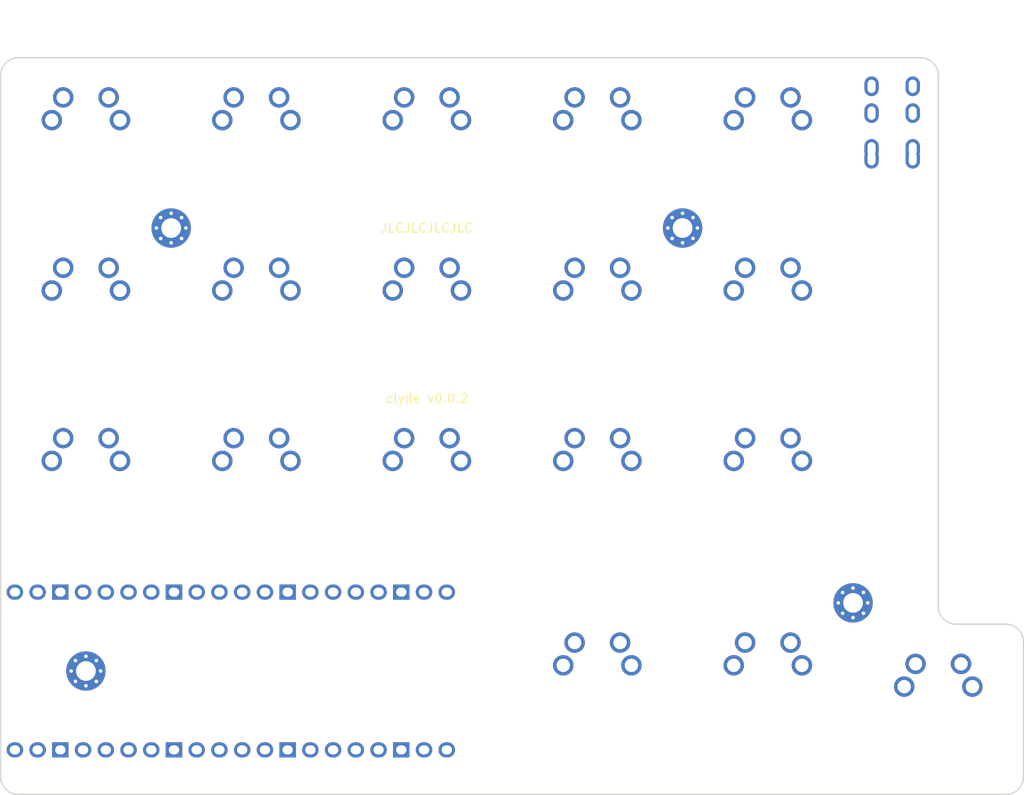
<source format=kicad_pcb>

            
(kicad_pcb (version 20171130) (host pcbnew 5.1.6)

  (page A3)
  (title_block
    (title clyde)
    (rev v1.0.0)
    (company Unknown)
  )

  (general
    (thickness 1.6)
  )

  (layers
    (0 F.Cu signal)
    (31 B.Cu signal)
    (32 B.Adhes user)
    (33 F.Adhes user)
    (34 B.Paste user)
    (35 F.Paste user)
    (36 B.SilkS user)
    (37 F.SilkS user)
    (38 B.Mask user)
    (39 F.Mask user)
    (40 Dwgs.User user)
    (41 Cmts.User user)
    (42 Eco1.User user)
    (43 Eco2.User user)
    (44 Edge.Cuts user)
    (45 Margin user)
    (46 B.CrtYd user)
    (47 F.CrtYd user)
    (48 B.Fab user)
    (49 F.Fab user)
  )

  (setup
    (last_trace_width 0.25)
    (trace_clearance 0.2)
    (zone_clearance 0.508)
    (zone_45_only no)
    (trace_min 0.2)
    (via_size 0.8)
    (via_drill 0.4)
    (via_min_size 0.4)
    (via_min_drill 0.3)
    (uvia_size 0.3)
    (uvia_drill 0.1)
    (uvias_allowed no)
    (uvia_min_size 0.2)
    (uvia_min_drill 0.1)
    (edge_width 0.05)
    (segment_width 0.2)
    (pcb_text_width 0.3)
    (pcb_text_size 1.5 1.5)
    (mod_edge_width 0.12)
    (mod_text_size 1 1)
    (mod_text_width 0.15)
    (pad_size 1.524 1.524)
    (pad_drill 0.762)
    (pad_to_mask_clearance 0.05)
    (aux_axis_origin 0 0)
    (visible_elements FFFFFF7F)
    (pcbplotparams
      (layerselection 0x010fc_ffffffff)
      (usegerberextensions false)
      (usegerberattributes true)
      (usegerberadvancedattributes true)
      (creategerberjobfile true)
      (excludeedgelayer true)
      (linewidth 0.100000)
      (plotframeref false)
      (viasonmask false)
      (mode 1)
      (useauxorigin false)
      (hpglpennumber 1)
      (hpglpenspeed 20)
      (hpglpendiameter 15.000000)
      (psnegative false)
      (psa4output false)
      (plotreference true)
      (plotvalue true)
      (plotinvisibletext false)
      (padsonsilk false)
      (subtractmaskfromsilk false)
      (outputformat 1)
      (mirror false)
      (drillshape 1)
      (scaleselection 1)
      (outputdirectory ""))
  )

            (net 0 "")
(net 1 "matrix_pinky_bottom")
(net 2 "GND")
(net 3 "matrix_pinky_home")
(net 4 "matrix_pinky_top")
(net 5 "matrix_ring_bottom")
(net 6 "matrix_ring_home")
(net 7 "matrix_ring_top")
(net 8 "matrix_middle_bottom")
(net 9 "matrix_middle_home")
(net 10 "matrix_middle_top")
(net 11 "matrix_index_bottom")
(net 12 "matrix_index_home")
(net 13 "matrix_index_top")
(net 14 "matrix_inner_bottom")
(net 15 "matrix_inner_home")
(net 16 "matrix_inner_top")
(net 17 "thumbfan_near_home")
(net 18 "thumbfan_home_home")
(net 19 "thumbfan_far_home")
(net 20 "GP15")
(net 21 "GP16")
(net 22 "GP20")
(net 23 "GP21")
(net 24 "GP22")
(net 25 "GP26")
(net 26 "GP27")
(net 27 "GP28")
(net 28 "GP29")
(net 29 "ADC_VREF")
(net 30 "GP24")
(net 31 "3V3")
(net 32 "VSYS")
(net 33 "VBUS")
            
  (net_class Default "This is the default net class."
    (clearance 0.2)
    (trace_width 0.25)
    (via_dia 0.8)
    (via_drill 0.4)
    (uvia_dia 0.3)
    (uvia_drill 0.1)
    (add_net "")
(add_net "matrix_pinky_bottom")
(add_net "GND")
(add_net "matrix_pinky_home")
(add_net "matrix_pinky_top")
(add_net "matrix_ring_bottom")
(add_net "matrix_ring_home")
(add_net "matrix_ring_top")
(add_net "matrix_middle_bottom")
(add_net "matrix_middle_home")
(add_net "matrix_middle_top")
(add_net "matrix_index_bottom")
(add_net "matrix_index_home")
(add_net "matrix_index_top")
(add_net "matrix_inner_bottom")
(add_net "matrix_inner_home")
(add_net "matrix_inner_top")
(add_net "thumbfan_near_home")
(add_net "thumbfan_home_home")
(add_net "thumbfan_far_home")
(add_net "GP15")
(add_net "GP16")
(add_net "GP20")
(add_net "GP21")
(add_net "GP22")
(add_net "GP26")
(add_net "GP27")
(add_net "GP28")
(add_net "GP29")
(add_net "ADC_VREF")
(add_net "GP24")
(add_net "3V3")
(add_net "VSYS")
(add_net "VBUS")
  )

            
        
      (module MX (layer F.Cu) (tedit 5DD4F656)
      (at 152.4 152.4 0)

      
      (fp_text reference "S1" (at 0 0) (layer F.SilkS) hide (effects (font (size 1.27 1.27) (thickness 0.15))))
      (fp_text value "" (at 0 0) (layer F.SilkS) hide (effects (font (size 1.27 1.27) (thickness 0.15))))

      
      (fp_line (start -7 -6) (end -7 -7) (layer Dwgs.User) (width 0.15))
      (fp_line (start -7 7) (end -6 7) (layer Dwgs.User) (width 0.15))
      (fp_line (start -6 -7) (end -7 -7) (layer Dwgs.User) (width 0.15))
      (fp_line (start -7 7) (end -7 6) (layer Dwgs.User) (width 0.15))
      (fp_line (start 7 6) (end 7 7) (layer Dwgs.User) (width 0.15))
      (fp_line (start 7 -7) (end 6 -7) (layer Dwgs.User) (width 0.15))
      (fp_line (start 6 7) (end 7 7) (layer Dwgs.User) (width 0.15))
      (fp_line (start 7 -7) (end 7 -6) (layer Dwgs.User) (width 0.15))
    
      
      (pad "" np_thru_hole circle (at 0 0) (size 3.9878 3.9878) (drill 3.9878) (layers *.Cu *.Mask))

      
      (pad "" np_thru_hole circle (at 5.08 0) (size 1.7018 1.7018) (drill 1.7018) (layers *.Cu *.Mask))
      (pad "" np_thru_hole circle (at -5.08 0) (size 1.7018 1.7018) (drill 1.7018) (layers *.Cu *.Mask))
      
        
      
      (fp_line (start -9.5 -9.5) (end 9.5 -9.5) (layer Dwgs.User) (width 0.15))
      (fp_line (start 9.5 -9.5) (end 9.5 9.5) (layer Dwgs.User) (width 0.15))
      (fp_line (start 9.5 9.5) (end -9.5 9.5) (layer Dwgs.User) (width 0.15))
      (fp_line (start -9.5 9.5) (end -9.5 -9.5) (layer Dwgs.User) (width 0.15))
      
        
            
            (pad 1 thru_hole circle (at 2.54 -5.08) (size 2.286 2.286) (drill 1.4986) (layers *.Cu *.Mask) (net 1 "matrix_pinky_bottom"))
            (pad 2 thru_hole circle (at -3.81 -2.54) (size 2.286 2.286) (drill 1.4986) (layers *.Cu *.Mask) (net 2 "GND"))
          
        
            
            (pad 1 thru_hole circle (at -2.54 -5.08) (size 2.286 2.286) (drill 1.4986) (layers *.Cu *.Mask) (net 1 "matrix_pinky_bottom"))
            (pad 2 thru_hole circle (at 3.81 -2.54) (size 2.286 2.286) (drill 1.4986) (layers *.Cu *.Mask) (net 2 "GND"))
          )
        

        
      (module MX (layer F.Cu) (tedit 5DD4F656)
      (at 152.4 133.35 0)

      
      (fp_text reference "S2" (at 0 0) (layer F.SilkS) hide (effects (font (size 1.27 1.27) (thickness 0.15))))
      (fp_text value "" (at 0 0) (layer F.SilkS) hide (effects (font (size 1.27 1.27) (thickness 0.15))))

      
      (fp_line (start -7 -6) (end -7 -7) (layer Dwgs.User) (width 0.15))
      (fp_line (start -7 7) (end -6 7) (layer Dwgs.User) (width 0.15))
      (fp_line (start -6 -7) (end -7 -7) (layer Dwgs.User) (width 0.15))
      (fp_line (start -7 7) (end -7 6) (layer Dwgs.User) (width 0.15))
      (fp_line (start 7 6) (end 7 7) (layer Dwgs.User) (width 0.15))
      (fp_line (start 7 -7) (end 6 -7) (layer Dwgs.User) (width 0.15))
      (fp_line (start 6 7) (end 7 7) (layer Dwgs.User) (width 0.15))
      (fp_line (start 7 -7) (end 7 -6) (layer Dwgs.User) (width 0.15))
    
      
      (pad "" np_thru_hole circle (at 0 0) (size 3.9878 3.9878) (drill 3.9878) (layers *.Cu *.Mask))

      
      (pad "" np_thru_hole circle (at 5.08 0) (size 1.7018 1.7018) (drill 1.7018) (layers *.Cu *.Mask))
      (pad "" np_thru_hole circle (at -5.08 0) (size 1.7018 1.7018) (drill 1.7018) (layers *.Cu *.Mask))
      
        
      
      (fp_line (start -9.5 -9.5) (end 9.5 -9.5) (layer Dwgs.User) (width 0.15))
      (fp_line (start 9.5 -9.5) (end 9.5 9.5) (layer Dwgs.User) (width 0.15))
      (fp_line (start 9.5 9.5) (end -9.5 9.5) (layer Dwgs.User) (width 0.15))
      (fp_line (start -9.5 9.5) (end -9.5 -9.5) (layer Dwgs.User) (width 0.15))
      
        
            
            (pad 1 thru_hole circle (at 2.54 -5.08) (size 2.286 2.286) (drill 1.4986) (layers *.Cu *.Mask) (net 3 "matrix_pinky_home"))
            (pad 2 thru_hole circle (at -3.81 -2.54) (size 2.286 2.286) (drill 1.4986) (layers *.Cu *.Mask) (net 2 "GND"))
          
        
            
            (pad 1 thru_hole circle (at -2.54 -5.08) (size 2.286 2.286) (drill 1.4986) (layers *.Cu *.Mask) (net 3 "matrix_pinky_home"))
            (pad 2 thru_hole circle (at 3.81 -2.54) (size 2.286 2.286) (drill 1.4986) (layers *.Cu *.Mask) (net 2 "GND"))
          )
        

        
      (module MX (layer F.Cu) (tedit 5DD4F656)
      (at 152.4 114.3 0)

      
      (fp_text reference "S3" (at 0 0) (layer F.SilkS) hide (effects (font (size 1.27 1.27) (thickness 0.15))))
      (fp_text value "" (at 0 0) (layer F.SilkS) hide (effects (font (size 1.27 1.27) (thickness 0.15))))

      
      (fp_line (start -7 -6) (end -7 -7) (layer Dwgs.User) (width 0.15))
      (fp_line (start -7 7) (end -6 7) (layer Dwgs.User) (width 0.15))
      (fp_line (start -6 -7) (end -7 -7) (layer Dwgs.User) (width 0.15))
      (fp_line (start -7 7) (end -7 6) (layer Dwgs.User) (width 0.15))
      (fp_line (start 7 6) (end 7 7) (layer Dwgs.User) (width 0.15))
      (fp_line (start 7 -7) (end 6 -7) (layer Dwgs.User) (width 0.15))
      (fp_line (start 6 7) (end 7 7) (layer Dwgs.User) (width 0.15))
      (fp_line (start 7 -7) (end 7 -6) (layer Dwgs.User) (width 0.15))
    
      
      (pad "" np_thru_hole circle (at 0 0) (size 3.9878 3.9878) (drill 3.9878) (layers *.Cu *.Mask))

      
      (pad "" np_thru_hole circle (at 5.08 0) (size 1.7018 1.7018) (drill 1.7018) (layers *.Cu *.Mask))
      (pad "" np_thru_hole circle (at -5.08 0) (size 1.7018 1.7018) (drill 1.7018) (layers *.Cu *.Mask))
      
        
      
      (fp_line (start -9.5 -9.5) (end 9.5 -9.5) (layer Dwgs.User) (width 0.15))
      (fp_line (start 9.5 -9.5) (end 9.5 9.5) (layer Dwgs.User) (width 0.15))
      (fp_line (start 9.5 9.5) (end -9.5 9.5) (layer Dwgs.User) (width 0.15))
      (fp_line (start -9.5 9.5) (end -9.5 -9.5) (layer Dwgs.User) (width 0.15))
      
        
            
            (pad 1 thru_hole circle (at 2.54 -5.08) (size 2.286 2.286) (drill 1.4986) (layers *.Cu *.Mask) (net 4 "matrix_pinky_top"))
            (pad 2 thru_hole circle (at -3.81 -2.54) (size 2.286 2.286) (drill 1.4986) (layers *.Cu *.Mask) (net 2 "GND"))
          
        
            
            (pad 1 thru_hole circle (at -2.54 -5.08) (size 2.286 2.286) (drill 1.4986) (layers *.Cu *.Mask) (net 4 "matrix_pinky_top"))
            (pad 2 thru_hole circle (at 3.81 -2.54) (size 2.286 2.286) (drill 1.4986) (layers *.Cu *.Mask) (net 2 "GND"))
          )
        

        
      (module MX (layer F.Cu) (tedit 5DD4F656)
      (at 171.45000000000002 152.4 0)

      
      (fp_text reference "S4" (at 0 0) (layer F.SilkS) hide (effects (font (size 1.27 1.27) (thickness 0.15))))
      (fp_text value "" (at 0 0) (layer F.SilkS) hide (effects (font (size 1.27 1.27) (thickness 0.15))))

      
      (fp_line (start -7 -6) (end -7 -7) (layer Dwgs.User) (width 0.15))
      (fp_line (start -7 7) (end -6 7) (layer Dwgs.User) (width 0.15))
      (fp_line (start -6 -7) (end -7 -7) (layer Dwgs.User) (width 0.15))
      (fp_line (start -7 7) (end -7 6) (layer Dwgs.User) (width 0.15))
      (fp_line (start 7 6) (end 7 7) (layer Dwgs.User) (width 0.15))
      (fp_line (start 7 -7) (end 6 -7) (layer Dwgs.User) (width 0.15))
      (fp_line (start 6 7) (end 7 7) (layer Dwgs.User) (width 0.15))
      (fp_line (start 7 -7) (end 7 -6) (layer Dwgs.User) (width 0.15))
    
      
      (pad "" np_thru_hole circle (at 0 0) (size 3.9878 3.9878) (drill 3.9878) (layers *.Cu *.Mask))

      
      (pad "" np_thru_hole circle (at 5.08 0) (size 1.7018 1.7018) (drill 1.7018) (layers *.Cu *.Mask))
      (pad "" np_thru_hole circle (at -5.08 0) (size 1.7018 1.7018) (drill 1.7018) (layers *.Cu *.Mask))
      
        
      
      (fp_line (start -9.5 -9.5) (end 9.5 -9.5) (layer Dwgs.User) (width 0.15))
      (fp_line (start 9.5 -9.5) (end 9.5 9.5) (layer Dwgs.User) (width 0.15))
      (fp_line (start 9.5 9.5) (end -9.5 9.5) (layer Dwgs.User) (width 0.15))
      (fp_line (start -9.5 9.5) (end -9.5 -9.5) (layer Dwgs.User) (width 0.15))
      
        
            
            (pad 1 thru_hole circle (at 2.54 -5.08) (size 2.286 2.286) (drill 1.4986) (layers *.Cu *.Mask) (net 5 "matrix_ring_bottom"))
            (pad 2 thru_hole circle (at -3.81 -2.54) (size 2.286 2.286) (drill 1.4986) (layers *.Cu *.Mask) (net 2 "GND"))
          
        
            
            (pad 1 thru_hole circle (at -2.54 -5.08) (size 2.286 2.286) (drill 1.4986) (layers *.Cu *.Mask) (net 5 "matrix_ring_bottom"))
            (pad 2 thru_hole circle (at 3.81 -2.54) (size 2.286 2.286) (drill 1.4986) (layers *.Cu *.Mask) (net 2 "GND"))
          )
        

        
      (module MX (layer F.Cu) (tedit 5DD4F656)
      (at 171.45000000000002 133.35 0)

      
      (fp_text reference "S5" (at 0 0) (layer F.SilkS) hide (effects (font (size 1.27 1.27) (thickness 0.15))))
      (fp_text value "" (at 0 0) (layer F.SilkS) hide (effects (font (size 1.27 1.27) (thickness 0.15))))

      
      (fp_line (start -7 -6) (end -7 -7) (layer Dwgs.User) (width 0.15))
      (fp_line (start -7 7) (end -6 7) (layer Dwgs.User) (width 0.15))
      (fp_line (start -6 -7) (end -7 -7) (layer Dwgs.User) (width 0.15))
      (fp_line (start -7 7) (end -7 6) (layer Dwgs.User) (width 0.15))
      (fp_line (start 7 6) (end 7 7) (layer Dwgs.User) (width 0.15))
      (fp_line (start 7 -7) (end 6 -7) (layer Dwgs.User) (width 0.15))
      (fp_line (start 6 7) (end 7 7) (layer Dwgs.User) (width 0.15))
      (fp_line (start 7 -7) (end 7 -6) (layer Dwgs.User) (width 0.15))
    
      
      (pad "" np_thru_hole circle (at 0 0) (size 3.9878 3.9878) (drill 3.9878) (layers *.Cu *.Mask))

      
      (pad "" np_thru_hole circle (at 5.08 0) (size 1.7018 1.7018) (drill 1.7018) (layers *.Cu *.Mask))
      (pad "" np_thru_hole circle (at -5.08 0) (size 1.7018 1.7018) (drill 1.7018) (layers *.Cu *.Mask))
      
        
      
      (fp_line (start -9.5 -9.5) (end 9.5 -9.5) (layer Dwgs.User) (width 0.15))
      (fp_line (start 9.5 -9.5) (end 9.5 9.5) (layer Dwgs.User) (width 0.15))
      (fp_line (start 9.5 9.5) (end -9.5 9.5) (layer Dwgs.User) (width 0.15))
      (fp_line (start -9.5 9.5) (end -9.5 -9.5) (layer Dwgs.User) (width 0.15))
      
        
            
            (pad 1 thru_hole circle (at 2.54 -5.08) (size 2.286 2.286) (drill 1.4986) (layers *.Cu *.Mask) (net 6 "matrix_ring_home"))
            (pad 2 thru_hole circle (at -3.81 -2.54) (size 2.286 2.286) (drill 1.4986) (layers *.Cu *.Mask) (net 2 "GND"))
          
        
            
            (pad 1 thru_hole circle (at -2.54 -5.08) (size 2.286 2.286) (drill 1.4986) (layers *.Cu *.Mask) (net 6 "matrix_ring_home"))
            (pad 2 thru_hole circle (at 3.81 -2.54) (size 2.286 2.286) (drill 1.4986) (layers *.Cu *.Mask) (net 2 "GND"))
          )
        

        
      (module MX (layer F.Cu) (tedit 5DD4F656)
      (at 171.45000000000002 114.3 0)

      
      (fp_text reference "S6" (at 0 0) (layer F.SilkS) hide (effects (font (size 1.27 1.27) (thickness 0.15))))
      (fp_text value "" (at 0 0) (layer F.SilkS) hide (effects (font (size 1.27 1.27) (thickness 0.15))))

      
      (fp_line (start -7 -6) (end -7 -7) (layer Dwgs.User) (width 0.15))
      (fp_line (start -7 7) (end -6 7) (layer Dwgs.User) (width 0.15))
      (fp_line (start -6 -7) (end -7 -7) (layer Dwgs.User) (width 0.15))
      (fp_line (start -7 7) (end -7 6) (layer Dwgs.User) (width 0.15))
      (fp_line (start 7 6) (end 7 7) (layer Dwgs.User) (width 0.15))
      (fp_line (start 7 -7) (end 6 -7) (layer Dwgs.User) (width 0.15))
      (fp_line (start 6 7) (end 7 7) (layer Dwgs.User) (width 0.15))
      (fp_line (start 7 -7) (end 7 -6) (layer Dwgs.User) (width 0.15))
    
      
      (pad "" np_thru_hole circle (at 0 0) (size 3.9878 3.9878) (drill 3.9878) (layers *.Cu *.Mask))

      
      (pad "" np_thru_hole circle (at 5.08 0) (size 1.7018 1.7018) (drill 1.7018) (layers *.Cu *.Mask))
      (pad "" np_thru_hole circle (at -5.08 0) (size 1.7018 1.7018) (drill 1.7018) (layers *.Cu *.Mask))
      
        
      
      (fp_line (start -9.5 -9.5) (end 9.5 -9.5) (layer Dwgs.User) (width 0.15))
      (fp_line (start 9.5 -9.5) (end 9.5 9.5) (layer Dwgs.User) (width 0.15))
      (fp_line (start 9.5 9.5) (end -9.5 9.5) (layer Dwgs.User) (width 0.15))
      (fp_line (start -9.5 9.5) (end -9.5 -9.5) (layer Dwgs.User) (width 0.15))
      
        
            
            (pad 1 thru_hole circle (at 2.54 -5.08) (size 2.286 2.286) (drill 1.4986) (layers *.Cu *.Mask) (net 7 "matrix_ring_top"))
            (pad 2 thru_hole circle (at -3.81 -2.54) (size 2.286 2.286) (drill 1.4986) (layers *.Cu *.Mask) (net 2 "GND"))
          
        
            
            (pad 1 thru_hole circle (at -2.54 -5.08) (size 2.286 2.286) (drill 1.4986) (layers *.Cu *.Mask) (net 7 "matrix_ring_top"))
            (pad 2 thru_hole circle (at 3.81 -2.54) (size 2.286 2.286) (drill 1.4986) (layers *.Cu *.Mask) (net 2 "GND"))
          )
        

        
      (module MX (layer F.Cu) (tedit 5DD4F656)
      (at 190.5 152.4 0)

      
      (fp_text reference "S7" (at 0 0) (layer F.SilkS) hide (effects (font (size 1.27 1.27) (thickness 0.15))))
      (fp_text value "" (at 0 0) (layer F.SilkS) hide (effects (font (size 1.27 1.27) (thickness 0.15))))

      
      (fp_line (start -7 -6) (end -7 -7) (layer Dwgs.User) (width 0.15))
      (fp_line (start -7 7) (end -6 7) (layer Dwgs.User) (width 0.15))
      (fp_line (start -6 -7) (end -7 -7) (layer Dwgs.User) (width 0.15))
      (fp_line (start -7 7) (end -7 6) (layer Dwgs.User) (width 0.15))
      (fp_line (start 7 6) (end 7 7) (layer Dwgs.User) (width 0.15))
      (fp_line (start 7 -7) (end 6 -7) (layer Dwgs.User) (width 0.15))
      (fp_line (start 6 7) (end 7 7) (layer Dwgs.User) (width 0.15))
      (fp_line (start 7 -7) (end 7 -6) (layer Dwgs.User) (width 0.15))
    
      
      (pad "" np_thru_hole circle (at 0 0) (size 3.9878 3.9878) (drill 3.9878) (layers *.Cu *.Mask))

      
      (pad "" np_thru_hole circle (at 5.08 0) (size 1.7018 1.7018) (drill 1.7018) (layers *.Cu *.Mask))
      (pad "" np_thru_hole circle (at -5.08 0) (size 1.7018 1.7018) (drill 1.7018) (layers *.Cu *.Mask))
      
        
      
      (fp_line (start -9.5 -9.5) (end 9.5 -9.5) (layer Dwgs.User) (width 0.15))
      (fp_line (start 9.5 -9.5) (end 9.5 9.5) (layer Dwgs.User) (width 0.15))
      (fp_line (start 9.5 9.5) (end -9.5 9.5) (layer Dwgs.User) (width 0.15))
      (fp_line (start -9.5 9.5) (end -9.5 -9.5) (layer Dwgs.User) (width 0.15))
      
        
            
            (pad 1 thru_hole circle (at 2.54 -5.08) (size 2.286 2.286) (drill 1.4986) (layers *.Cu *.Mask) (net 8 "matrix_middle_bottom"))
            (pad 2 thru_hole circle (at -3.81 -2.54) (size 2.286 2.286) (drill 1.4986) (layers *.Cu *.Mask) (net 2 "GND"))
          
        
            
            (pad 1 thru_hole circle (at -2.54 -5.08) (size 2.286 2.286) (drill 1.4986) (layers *.Cu *.Mask) (net 8 "matrix_middle_bottom"))
            (pad 2 thru_hole circle (at 3.81 -2.54) (size 2.286 2.286) (drill 1.4986) (layers *.Cu *.Mask) (net 2 "GND"))
          )
        

        
      (module MX (layer F.Cu) (tedit 5DD4F656)
      (at 190.5 133.35 0)

      
      (fp_text reference "S8" (at 0 0) (layer F.SilkS) hide (effects (font (size 1.27 1.27) (thickness 0.15))))
      (fp_text value "" (at 0 0) (layer F.SilkS) hide (effects (font (size 1.27 1.27) (thickness 0.15))))

      
      (fp_line (start -7 -6) (end -7 -7) (layer Dwgs.User) (width 0.15))
      (fp_line (start -7 7) (end -6 7) (layer Dwgs.User) (width 0.15))
      (fp_line (start -6 -7) (end -7 -7) (layer Dwgs.User) (width 0.15))
      (fp_line (start -7 7) (end -7 6) (layer Dwgs.User) (width 0.15))
      (fp_line (start 7 6) (end 7 7) (layer Dwgs.User) (width 0.15))
      (fp_line (start 7 -7) (end 6 -7) (layer Dwgs.User) (width 0.15))
      (fp_line (start 6 7) (end 7 7) (layer Dwgs.User) (width 0.15))
      (fp_line (start 7 -7) (end 7 -6) (layer Dwgs.User) (width 0.15))
    
      
      (pad "" np_thru_hole circle (at 0 0) (size 3.9878 3.9878) (drill 3.9878) (layers *.Cu *.Mask))

      
      (pad "" np_thru_hole circle (at 5.08 0) (size 1.7018 1.7018) (drill 1.7018) (layers *.Cu *.Mask))
      (pad "" np_thru_hole circle (at -5.08 0) (size 1.7018 1.7018) (drill 1.7018) (layers *.Cu *.Mask))
      
        
      
      (fp_line (start -9.5 -9.5) (end 9.5 -9.5) (layer Dwgs.User) (width 0.15))
      (fp_line (start 9.5 -9.5) (end 9.5 9.5) (layer Dwgs.User) (width 0.15))
      (fp_line (start 9.5 9.5) (end -9.5 9.5) (layer Dwgs.User) (width 0.15))
      (fp_line (start -9.5 9.5) (end -9.5 -9.5) (layer Dwgs.User) (width 0.15))
      
        
            
            (pad 1 thru_hole circle (at 2.54 -5.08) (size 2.286 2.286) (drill 1.4986) (layers *.Cu *.Mask) (net 9 "matrix_middle_home"))
            (pad 2 thru_hole circle (at -3.81 -2.54) (size 2.286 2.286) (drill 1.4986) (layers *.Cu *.Mask) (net 2 "GND"))
          
        
            
            (pad 1 thru_hole circle (at -2.54 -5.08) (size 2.286 2.286) (drill 1.4986) (layers *.Cu *.Mask) (net 9 "matrix_middle_home"))
            (pad 2 thru_hole circle (at 3.81 -2.54) (size 2.286 2.286) (drill 1.4986) (layers *.Cu *.Mask) (net 2 "GND"))
          )
        

        
      (module MX (layer F.Cu) (tedit 5DD4F656)
      (at 190.5 114.3 0)

      
      (fp_text reference "S9" (at 0 0) (layer F.SilkS) hide (effects (font (size 1.27 1.27) (thickness 0.15))))
      (fp_text value "" (at 0 0) (layer F.SilkS) hide (effects (font (size 1.27 1.27) (thickness 0.15))))

      
      (fp_line (start -7 -6) (end -7 -7) (layer Dwgs.User) (width 0.15))
      (fp_line (start -7 7) (end -6 7) (layer Dwgs.User) (width 0.15))
      (fp_line (start -6 -7) (end -7 -7) (layer Dwgs.User) (width 0.15))
      (fp_line (start -7 7) (end -7 6) (layer Dwgs.User) (width 0.15))
      (fp_line (start 7 6) (end 7 7) (layer Dwgs.User) (width 0.15))
      (fp_line (start 7 -7) (end 6 -7) (layer Dwgs.User) (width 0.15))
      (fp_line (start 6 7) (end 7 7) (layer Dwgs.User) (width 0.15))
      (fp_line (start 7 -7) (end 7 -6) (layer Dwgs.User) (width 0.15))
    
      
      (pad "" np_thru_hole circle (at 0 0) (size 3.9878 3.9878) (drill 3.9878) (layers *.Cu *.Mask))

      
      (pad "" np_thru_hole circle (at 5.08 0) (size 1.7018 1.7018) (drill 1.7018) (layers *.Cu *.Mask))
      (pad "" np_thru_hole circle (at -5.08 0) (size 1.7018 1.7018) (drill 1.7018) (layers *.Cu *.Mask))
      
        
      
      (fp_line (start -9.5 -9.5) (end 9.5 -9.5) (layer Dwgs.User) (width 0.15))
      (fp_line (start 9.5 -9.5) (end 9.5 9.5) (layer Dwgs.User) (width 0.15))
      (fp_line (start 9.5 9.5) (end -9.5 9.5) (layer Dwgs.User) (width 0.15))
      (fp_line (start -9.5 9.5) (end -9.5 -9.5) (layer Dwgs.User) (width 0.15))
      
        
            
            (pad 1 thru_hole circle (at 2.54 -5.08) (size 2.286 2.286) (drill 1.4986) (layers *.Cu *.Mask) (net 10 "matrix_middle_top"))
            (pad 2 thru_hole circle (at -3.81 -2.54) (size 2.286 2.286) (drill 1.4986) (layers *.Cu *.Mask) (net 2 "GND"))
          
        
            
            (pad 1 thru_hole circle (at -2.54 -5.08) (size 2.286 2.286) (drill 1.4986) (layers *.Cu *.Mask) (net 10 "matrix_middle_top"))
            (pad 2 thru_hole circle (at 3.81 -2.54) (size 2.286 2.286) (drill 1.4986) (layers *.Cu *.Mask) (net 2 "GND"))
          )
        

        
      (module MX (layer F.Cu) (tedit 5DD4F656)
      (at 209.55 152.4 0)

      
      (fp_text reference "S10" (at 0 0) (layer F.SilkS) hide (effects (font (size 1.27 1.27) (thickness 0.15))))
      (fp_text value "" (at 0 0) (layer F.SilkS) hide (effects (font (size 1.27 1.27) (thickness 0.15))))

      
      (fp_line (start -7 -6) (end -7 -7) (layer Dwgs.User) (width 0.15))
      (fp_line (start -7 7) (end -6 7) (layer Dwgs.User) (width 0.15))
      (fp_line (start -6 -7) (end -7 -7) (layer Dwgs.User) (width 0.15))
      (fp_line (start -7 7) (end -7 6) (layer Dwgs.User) (width 0.15))
      (fp_line (start 7 6) (end 7 7) (layer Dwgs.User) (width 0.15))
      (fp_line (start 7 -7) (end 6 -7) (layer Dwgs.User) (width 0.15))
      (fp_line (start 6 7) (end 7 7) (layer Dwgs.User) (width 0.15))
      (fp_line (start 7 -7) (end 7 -6) (layer Dwgs.User) (width 0.15))
    
      
      (pad "" np_thru_hole circle (at 0 0) (size 3.9878 3.9878) (drill 3.9878) (layers *.Cu *.Mask))

      
      (pad "" np_thru_hole circle (at 5.08 0) (size 1.7018 1.7018) (drill 1.7018) (layers *.Cu *.Mask))
      (pad "" np_thru_hole circle (at -5.08 0) (size 1.7018 1.7018) (drill 1.7018) (layers *.Cu *.Mask))
      
        
      
      (fp_line (start -9.5 -9.5) (end 9.5 -9.5) (layer Dwgs.User) (width 0.15))
      (fp_line (start 9.5 -9.5) (end 9.5 9.5) (layer Dwgs.User) (width 0.15))
      (fp_line (start 9.5 9.5) (end -9.5 9.5) (layer Dwgs.User) (width 0.15))
      (fp_line (start -9.5 9.5) (end -9.5 -9.5) (layer Dwgs.User) (width 0.15))
      
        
            
            (pad 1 thru_hole circle (at 2.54 -5.08) (size 2.286 2.286) (drill 1.4986) (layers *.Cu *.Mask) (net 11 "matrix_index_bottom"))
            (pad 2 thru_hole circle (at -3.81 -2.54) (size 2.286 2.286) (drill 1.4986) (layers *.Cu *.Mask) (net 2 "GND"))
          
        
            
            (pad 1 thru_hole circle (at -2.54 -5.08) (size 2.286 2.286) (drill 1.4986) (layers *.Cu *.Mask) (net 11 "matrix_index_bottom"))
            (pad 2 thru_hole circle (at 3.81 -2.54) (size 2.286 2.286) (drill 1.4986) (layers *.Cu *.Mask) (net 2 "GND"))
          )
        

        
      (module MX (layer F.Cu) (tedit 5DD4F656)
      (at 209.55 133.35 0)

      
      (fp_text reference "S11" (at 0 0) (layer F.SilkS) hide (effects (font (size 1.27 1.27) (thickness 0.15))))
      (fp_text value "" (at 0 0) (layer F.SilkS) hide (effects (font (size 1.27 1.27) (thickness 0.15))))

      
      (fp_line (start -7 -6) (end -7 -7) (layer Dwgs.User) (width 0.15))
      (fp_line (start -7 7) (end -6 7) (layer Dwgs.User) (width 0.15))
      (fp_line (start -6 -7) (end -7 -7) (layer Dwgs.User) (width 0.15))
      (fp_line (start -7 7) (end -7 6) (layer Dwgs.User) (width 0.15))
      (fp_line (start 7 6) (end 7 7) (layer Dwgs.User) (width 0.15))
      (fp_line (start 7 -7) (end 6 -7) (layer Dwgs.User) (width 0.15))
      (fp_line (start 6 7) (end 7 7) (layer Dwgs.User) (width 0.15))
      (fp_line (start 7 -7) (end 7 -6) (layer Dwgs.User) (width 0.15))
    
      
      (pad "" np_thru_hole circle (at 0 0) (size 3.9878 3.9878) (drill 3.9878) (layers *.Cu *.Mask))

      
      (pad "" np_thru_hole circle (at 5.08 0) (size 1.7018 1.7018) (drill 1.7018) (layers *.Cu *.Mask))
      (pad "" np_thru_hole circle (at -5.08 0) (size 1.7018 1.7018) (drill 1.7018) (layers *.Cu *.Mask))
      
        
      
      (fp_line (start -9.5 -9.5) (end 9.5 -9.5) (layer Dwgs.User) (width 0.15))
      (fp_line (start 9.5 -9.5) (end 9.5 9.5) (layer Dwgs.User) (width 0.15))
      (fp_line (start 9.5 9.5) (end -9.5 9.5) (layer Dwgs.User) (width 0.15))
      (fp_line (start -9.5 9.5) (end -9.5 -9.5) (layer Dwgs.User) (width 0.15))
      
        
            
            (pad 1 thru_hole circle (at 2.54 -5.08) (size 2.286 2.286) (drill 1.4986) (layers *.Cu *.Mask) (net 12 "matrix_index_home"))
            (pad 2 thru_hole circle (at -3.81 -2.54) (size 2.286 2.286) (drill 1.4986) (layers *.Cu *.Mask) (net 2 "GND"))
          
        
            
            (pad 1 thru_hole circle (at -2.54 -5.08) (size 2.286 2.286) (drill 1.4986) (layers *.Cu *.Mask) (net 12 "matrix_index_home"))
            (pad 2 thru_hole circle (at 3.81 -2.54) (size 2.286 2.286) (drill 1.4986) (layers *.Cu *.Mask) (net 2 "GND"))
          )
        

        
      (module MX (layer F.Cu) (tedit 5DD4F656)
      (at 209.55 114.3 0)

      
      (fp_text reference "S12" (at 0 0) (layer F.SilkS) hide (effects (font (size 1.27 1.27) (thickness 0.15))))
      (fp_text value "" (at 0 0) (layer F.SilkS) hide (effects (font (size 1.27 1.27) (thickness 0.15))))

      
      (fp_line (start -7 -6) (end -7 -7) (layer Dwgs.User) (width 0.15))
      (fp_line (start -7 7) (end -6 7) (layer Dwgs.User) (width 0.15))
      (fp_line (start -6 -7) (end -7 -7) (layer Dwgs.User) (width 0.15))
      (fp_line (start -7 7) (end -7 6) (layer Dwgs.User) (width 0.15))
      (fp_line (start 7 6) (end 7 7) (layer Dwgs.User) (width 0.15))
      (fp_line (start 7 -7) (end 6 -7) (layer Dwgs.User) (width 0.15))
      (fp_line (start 6 7) (end 7 7) (layer Dwgs.User) (width 0.15))
      (fp_line (start 7 -7) (end 7 -6) (layer Dwgs.User) (width 0.15))
    
      
      (pad "" np_thru_hole circle (at 0 0) (size 3.9878 3.9878) (drill 3.9878) (layers *.Cu *.Mask))

      
      (pad "" np_thru_hole circle (at 5.08 0) (size 1.7018 1.7018) (drill 1.7018) (layers *.Cu *.Mask))
      (pad "" np_thru_hole circle (at -5.08 0) (size 1.7018 1.7018) (drill 1.7018) (layers *.Cu *.Mask))
      
        
      
      (fp_line (start -9.5 -9.5) (end 9.5 -9.5) (layer Dwgs.User) (width 0.15))
      (fp_line (start 9.5 -9.5) (end 9.5 9.5) (layer Dwgs.User) (width 0.15))
      (fp_line (start 9.5 9.5) (end -9.5 9.5) (layer Dwgs.User) (width 0.15))
      (fp_line (start -9.5 9.5) (end -9.5 -9.5) (layer Dwgs.User) (width 0.15))
      
        
            
            (pad 1 thru_hole circle (at 2.54 -5.08) (size 2.286 2.286) (drill 1.4986) (layers *.Cu *.Mask) (net 13 "matrix_index_top"))
            (pad 2 thru_hole circle (at -3.81 -2.54) (size 2.286 2.286) (drill 1.4986) (layers *.Cu *.Mask) (net 2 "GND"))
          
        
            
            (pad 1 thru_hole circle (at -2.54 -5.08) (size 2.286 2.286) (drill 1.4986) (layers *.Cu *.Mask) (net 13 "matrix_index_top"))
            (pad 2 thru_hole circle (at 3.81 -2.54) (size 2.286 2.286) (drill 1.4986) (layers *.Cu *.Mask) (net 2 "GND"))
          )
        

        
      (module MX (layer F.Cu) (tedit 5DD4F656)
      (at 228.60000000000002 152.4 0)

      
      (fp_text reference "S13" (at 0 0) (layer F.SilkS) hide (effects (font (size 1.27 1.27) (thickness 0.15))))
      (fp_text value "" (at 0 0) (layer F.SilkS) hide (effects (font (size 1.27 1.27) (thickness 0.15))))

      
      (fp_line (start -7 -6) (end -7 -7) (layer Dwgs.User) (width 0.15))
      (fp_line (start -7 7) (end -6 7) (layer Dwgs.User) (width 0.15))
      (fp_line (start -6 -7) (end -7 -7) (layer Dwgs.User) (width 0.15))
      (fp_line (start -7 7) (end -7 6) (layer Dwgs.User) (width 0.15))
      (fp_line (start 7 6) (end 7 7) (layer Dwgs.User) (width 0.15))
      (fp_line (start 7 -7) (end 6 -7) (layer Dwgs.User) (width 0.15))
      (fp_line (start 6 7) (end 7 7) (layer Dwgs.User) (width 0.15))
      (fp_line (start 7 -7) (end 7 -6) (layer Dwgs.User) (width 0.15))
    
      
      (pad "" np_thru_hole circle (at 0 0) (size 3.9878 3.9878) (drill 3.9878) (layers *.Cu *.Mask))

      
      (pad "" np_thru_hole circle (at 5.08 0) (size 1.7018 1.7018) (drill 1.7018) (layers *.Cu *.Mask))
      (pad "" np_thru_hole circle (at -5.08 0) (size 1.7018 1.7018) (drill 1.7018) (layers *.Cu *.Mask))
      
        
      
      (fp_line (start -9.5 -9.5) (end 9.5 -9.5) (layer Dwgs.User) (width 0.15))
      (fp_line (start 9.5 -9.5) (end 9.5 9.5) (layer Dwgs.User) (width 0.15))
      (fp_line (start 9.5 9.5) (end -9.5 9.5) (layer Dwgs.User) (width 0.15))
      (fp_line (start -9.5 9.5) (end -9.5 -9.5) (layer Dwgs.User) (width 0.15))
      
        
            
            (pad 1 thru_hole circle (at 2.54 -5.08) (size 2.286 2.286) (drill 1.4986) (layers *.Cu *.Mask) (net 14 "matrix_inner_bottom"))
            (pad 2 thru_hole circle (at -3.81 -2.54) (size 2.286 2.286) (drill 1.4986) (layers *.Cu *.Mask) (net 2 "GND"))
          
        
            
            (pad 1 thru_hole circle (at -2.54 -5.08) (size 2.286 2.286) (drill 1.4986) (layers *.Cu *.Mask) (net 14 "matrix_inner_bottom"))
            (pad 2 thru_hole circle (at 3.81 -2.54) (size 2.286 2.286) (drill 1.4986) (layers *.Cu *.Mask) (net 2 "GND"))
          )
        

        
      (module MX (layer F.Cu) (tedit 5DD4F656)
      (at 228.60000000000002 133.35 0)

      
      (fp_text reference "S14" (at 0 0) (layer F.SilkS) hide (effects (font (size 1.27 1.27) (thickness 0.15))))
      (fp_text value "" (at 0 0) (layer F.SilkS) hide (effects (font (size 1.27 1.27) (thickness 0.15))))

      
      (fp_line (start -7 -6) (end -7 -7) (layer Dwgs.User) (width 0.15))
      (fp_line (start -7 7) (end -6 7) (layer Dwgs.User) (width 0.15))
      (fp_line (start -6 -7) (end -7 -7) (layer Dwgs.User) (width 0.15))
      (fp_line (start -7 7) (end -7 6) (layer Dwgs.User) (width 0.15))
      (fp_line (start 7 6) (end 7 7) (layer Dwgs.User) (width 0.15))
      (fp_line (start 7 -7) (end 6 -7) (layer Dwgs.User) (width 0.15))
      (fp_line (start 6 7) (end 7 7) (layer Dwgs.User) (width 0.15))
      (fp_line (start 7 -7) (end 7 -6) (layer Dwgs.User) (width 0.15))
    
      
      (pad "" np_thru_hole circle (at 0 0) (size 3.9878 3.9878) (drill 3.9878) (layers *.Cu *.Mask))

      
      (pad "" np_thru_hole circle (at 5.08 0) (size 1.7018 1.7018) (drill 1.7018) (layers *.Cu *.Mask))
      (pad "" np_thru_hole circle (at -5.08 0) (size 1.7018 1.7018) (drill 1.7018) (layers *.Cu *.Mask))
      
        
      
      (fp_line (start -9.5 -9.5) (end 9.5 -9.5) (layer Dwgs.User) (width 0.15))
      (fp_line (start 9.5 -9.5) (end 9.5 9.5) (layer Dwgs.User) (width 0.15))
      (fp_line (start 9.5 9.5) (end -9.5 9.5) (layer Dwgs.User) (width 0.15))
      (fp_line (start -9.5 9.5) (end -9.5 -9.5) (layer Dwgs.User) (width 0.15))
      
        
            
            (pad 1 thru_hole circle (at 2.54 -5.08) (size 2.286 2.286) (drill 1.4986) (layers *.Cu *.Mask) (net 15 "matrix_inner_home"))
            (pad 2 thru_hole circle (at -3.81 -2.54) (size 2.286 2.286) (drill 1.4986) (layers *.Cu *.Mask) (net 2 "GND"))
          
        
            
            (pad 1 thru_hole circle (at -2.54 -5.08) (size 2.286 2.286) (drill 1.4986) (layers *.Cu *.Mask) (net 15 "matrix_inner_home"))
            (pad 2 thru_hole circle (at 3.81 -2.54) (size 2.286 2.286) (drill 1.4986) (layers *.Cu *.Mask) (net 2 "GND"))
          )
        

        
      (module MX (layer F.Cu) (tedit 5DD4F656)
      (at 228.60000000000002 114.3 0)

      
      (fp_text reference "S15" (at 0 0) (layer F.SilkS) hide (effects (font (size 1.27 1.27) (thickness 0.15))))
      (fp_text value "" (at 0 0) (layer F.SilkS) hide (effects (font (size 1.27 1.27) (thickness 0.15))))

      
      (fp_line (start -7 -6) (end -7 -7) (layer Dwgs.User) (width 0.15))
      (fp_line (start -7 7) (end -6 7) (layer Dwgs.User) (width 0.15))
      (fp_line (start -6 -7) (end -7 -7) (layer Dwgs.User) (width 0.15))
      (fp_line (start -7 7) (end -7 6) (layer Dwgs.User) (width 0.15))
      (fp_line (start 7 6) (end 7 7) (layer Dwgs.User) (width 0.15))
      (fp_line (start 7 -7) (end 6 -7) (layer Dwgs.User) (width 0.15))
      (fp_line (start 6 7) (end 7 7) (layer Dwgs.User) (width 0.15))
      (fp_line (start 7 -7) (end 7 -6) (layer Dwgs.User) (width 0.15))
    
      
      (pad "" np_thru_hole circle (at 0 0) (size 3.9878 3.9878) (drill 3.9878) (layers *.Cu *.Mask))

      
      (pad "" np_thru_hole circle (at 5.08 0) (size 1.7018 1.7018) (drill 1.7018) (layers *.Cu *.Mask))
      (pad "" np_thru_hole circle (at -5.08 0) (size 1.7018 1.7018) (drill 1.7018) (layers *.Cu *.Mask))
      
        
      
      (fp_line (start -9.5 -9.5) (end 9.5 -9.5) (layer Dwgs.User) (width 0.15))
      (fp_line (start 9.5 -9.5) (end 9.5 9.5) (layer Dwgs.User) (width 0.15))
      (fp_line (start 9.5 9.5) (end -9.5 9.5) (layer Dwgs.User) (width 0.15))
      (fp_line (start -9.5 9.5) (end -9.5 -9.5) (layer Dwgs.User) (width 0.15))
      
        
            
            (pad 1 thru_hole circle (at 2.54 -5.08) (size 2.286 2.286) (drill 1.4986) (layers *.Cu *.Mask) (net 16 "matrix_inner_top"))
            (pad 2 thru_hole circle (at -3.81 -2.54) (size 2.286 2.286) (drill 1.4986) (layers *.Cu *.Mask) (net 2 "GND"))
          
        
            
            (pad 1 thru_hole circle (at -2.54 -5.08) (size 2.286 2.286) (drill 1.4986) (layers *.Cu *.Mask) (net 16 "matrix_inner_top"))
            (pad 2 thru_hole circle (at 3.81 -2.54) (size 2.286 2.286) (drill 1.4986) (layers *.Cu *.Mask) (net 2 "GND"))
          )
        

        
      (module MX (layer F.Cu) (tedit 5DD4F656)
      (at 209.55 175.26 0)

      
      (fp_text reference "S16" (at 0 0) (layer F.SilkS) hide (effects (font (size 1.27 1.27) (thickness 0.15))))
      (fp_text value "" (at 0 0) (layer F.SilkS) hide (effects (font (size 1.27 1.27) (thickness 0.15))))

      
      (fp_line (start -7 -6) (end -7 -7) (layer Dwgs.User) (width 0.15))
      (fp_line (start -7 7) (end -6 7) (layer Dwgs.User) (width 0.15))
      (fp_line (start -6 -7) (end -7 -7) (layer Dwgs.User) (width 0.15))
      (fp_line (start -7 7) (end -7 6) (layer Dwgs.User) (width 0.15))
      (fp_line (start 7 6) (end 7 7) (layer Dwgs.User) (width 0.15))
      (fp_line (start 7 -7) (end 6 -7) (layer Dwgs.User) (width 0.15))
      (fp_line (start 6 7) (end 7 7) (layer Dwgs.User) (width 0.15))
      (fp_line (start 7 -7) (end 7 -6) (layer Dwgs.User) (width 0.15))
    
      
      (pad "" np_thru_hole circle (at 0 0) (size 3.9878 3.9878) (drill 3.9878) (layers *.Cu *.Mask))

      
      (pad "" np_thru_hole circle (at 5.08 0) (size 1.7018 1.7018) (drill 1.7018) (layers *.Cu *.Mask))
      (pad "" np_thru_hole circle (at -5.08 0) (size 1.7018 1.7018) (drill 1.7018) (layers *.Cu *.Mask))
      
        
      
      (fp_line (start -9.5 -9.5) (end 9.5 -9.5) (layer Dwgs.User) (width 0.15))
      (fp_line (start 9.5 -9.5) (end 9.5 9.5) (layer Dwgs.User) (width 0.15))
      (fp_line (start 9.5 9.5) (end -9.5 9.5) (layer Dwgs.User) (width 0.15))
      (fp_line (start -9.5 9.5) (end -9.5 -9.5) (layer Dwgs.User) (width 0.15))
      
        
            
            (pad 1 thru_hole circle (at 2.54 -5.08) (size 2.286 2.286) (drill 1.4986) (layers *.Cu *.Mask) (net 17 "thumbfan_near_home"))
            (pad 2 thru_hole circle (at -3.81 -2.54) (size 2.286 2.286) (drill 1.4986) (layers *.Cu *.Mask) (net 2 "GND"))
          
        
            
            (pad 1 thru_hole circle (at -2.54 -5.08) (size 2.286 2.286) (drill 1.4986) (layers *.Cu *.Mask) (net 17 "thumbfan_near_home"))
            (pad 2 thru_hole circle (at 3.81 -2.54) (size 2.286 2.286) (drill 1.4986) (layers *.Cu *.Mask) (net 2 "GND"))
          )
        

        
      (module MX (layer F.Cu) (tedit 5DD4F656)
      (at 228.60000000000002 175.26 0)

      
      (fp_text reference "S17" (at 0 0) (layer F.SilkS) hide (effects (font (size 1.27 1.27) (thickness 0.15))))
      (fp_text value "" (at 0 0) (layer F.SilkS) hide (effects (font (size 1.27 1.27) (thickness 0.15))))

      
      (fp_line (start -7 -6) (end -7 -7) (layer Dwgs.User) (width 0.15))
      (fp_line (start -7 7) (end -6 7) (layer Dwgs.User) (width 0.15))
      (fp_line (start -6 -7) (end -7 -7) (layer Dwgs.User) (width 0.15))
      (fp_line (start -7 7) (end -7 6) (layer Dwgs.User) (width 0.15))
      (fp_line (start 7 6) (end 7 7) (layer Dwgs.User) (width 0.15))
      (fp_line (start 7 -7) (end 6 -7) (layer Dwgs.User) (width 0.15))
      (fp_line (start 6 7) (end 7 7) (layer Dwgs.User) (width 0.15))
      (fp_line (start 7 -7) (end 7 -6) (layer Dwgs.User) (width 0.15))
    
      
      (pad "" np_thru_hole circle (at 0 0) (size 3.9878 3.9878) (drill 3.9878) (layers *.Cu *.Mask))

      
      (pad "" np_thru_hole circle (at 5.08 0) (size 1.7018 1.7018) (drill 1.7018) (layers *.Cu *.Mask))
      (pad "" np_thru_hole circle (at -5.08 0) (size 1.7018 1.7018) (drill 1.7018) (layers *.Cu *.Mask))
      
        
      
      (fp_line (start -9.5 -9.5) (end 9.5 -9.5) (layer Dwgs.User) (width 0.15))
      (fp_line (start 9.5 -9.5) (end 9.5 9.5) (layer Dwgs.User) (width 0.15))
      (fp_line (start 9.5 9.5) (end -9.5 9.5) (layer Dwgs.User) (width 0.15))
      (fp_line (start -9.5 9.5) (end -9.5 -9.5) (layer Dwgs.User) (width 0.15))
      
        
            
            (pad 1 thru_hole circle (at 2.54 -5.08) (size 2.286 2.286) (drill 1.4986) (layers *.Cu *.Mask) (net 18 "thumbfan_home_home"))
            (pad 2 thru_hole circle (at -3.81 -2.54) (size 2.286 2.286) (drill 1.4986) (layers *.Cu *.Mask) (net 2 "GND"))
          
        
            
            (pad 1 thru_hole circle (at -2.54 -5.08) (size 2.286 2.286) (drill 1.4986) (layers *.Cu *.Mask) (net 18 "thumbfan_home_home"))
            (pad 2 thru_hole circle (at 3.81 -2.54) (size 2.286 2.286) (drill 1.4986) (layers *.Cu *.Mask) (net 2 "GND"))
          )
        

        
      (module MX (layer F.Cu) (tedit 5DD4F656)
      (at 247.65 177.64124999999999 0)

      
      (fp_text reference "S18" (at 0 0) (layer F.SilkS) hide (effects (font (size 1.27 1.27) (thickness 0.15))))
      (fp_text value "" (at 0 0) (layer F.SilkS) hide (effects (font (size 1.27 1.27) (thickness 0.15))))

      
      (fp_line (start -7 -6) (end -7 -7) (layer Dwgs.User) (width 0.15))
      (fp_line (start -7 7) (end -6 7) (layer Dwgs.User) (width 0.15))
      (fp_line (start -6 -7) (end -7 -7) (layer Dwgs.User) (width 0.15))
      (fp_line (start -7 7) (end -7 6) (layer Dwgs.User) (width 0.15))
      (fp_line (start 7 6) (end 7 7) (layer Dwgs.User) (width 0.15))
      (fp_line (start 7 -7) (end 6 -7) (layer Dwgs.User) (width 0.15))
      (fp_line (start 6 7) (end 7 7) (layer Dwgs.User) (width 0.15))
      (fp_line (start 7 -7) (end 7 -6) (layer Dwgs.User) (width 0.15))
    
      
      (pad "" np_thru_hole circle (at 0 0) (size 3.9878 3.9878) (drill 3.9878) (layers *.Cu *.Mask))

      
      (pad "" np_thru_hole circle (at 5.08 0) (size 1.7018 1.7018) (drill 1.7018) (layers *.Cu *.Mask))
      (pad "" np_thru_hole circle (at -5.08 0) (size 1.7018 1.7018) (drill 1.7018) (layers *.Cu *.Mask))
      
        
      
      (fp_line (start -9.5 -9.5) (end 9.5 -9.5) (layer Dwgs.User) (width 0.15))
      (fp_line (start 9.5 -9.5) (end 9.5 9.5) (layer Dwgs.User) (width 0.15))
      (fp_line (start 9.5 9.5) (end -9.5 9.5) (layer Dwgs.User) (width 0.15))
      (fp_line (start -9.5 9.5) (end -9.5 -9.5) (layer Dwgs.User) (width 0.15))
      
        
            
            (pad 1 thru_hole circle (at 2.54 -5.08) (size 2.286 2.286) (drill 1.4986) (layers *.Cu *.Mask) (net 19 "thumbfan_far_home"))
            (pad 2 thru_hole circle (at -3.81 -2.54) (size 2.286 2.286) (drill 1.4986) (layers *.Cu *.Mask) (net 2 "GND"))
          
        
            
            (pad 1 thru_hole circle (at -2.54 -5.08) (size 2.286 2.286) (drill 1.4986) (layers *.Cu *.Mask) (net 19 "thumbfan_far_home"))
            (pad 2 thru_hole circle (at 3.81 -2.54) (size 2.286 2.286) (drill 1.4986) (layers *.Cu *.Mask) (net 2 "GND"))
          )
        

    (module "RPi_Pico_TH_oval_face_down"
    (layer "F.Cu")
    (attr through_hole)
    (at 168.59250000000003 173.35500000000002 90)
    (fp_text reference "U0" (at 0 0) (layer "F.Fab") hide
      (effects (font (size 1 1) (thickness 0.15)))
      (tstamp db43bf1b-fd5c-4a08-b779-663eec4fe496)
    )
    (pad "1" thru_hole oval (at 8.82 -24.13) (size 1.84 1.7) (drill oval 1.16 1.02) (layers *.Cu *.Mask) (tstamp 261789c0-418e-4ec0-8cdf-89abe1f96c5d) (net 4 "matrix_pinky_top"))
    (pad "2" thru_hole oval (at 8.82 -21.59) (size 1.84 1.7) (drill oval 1.16 1.02) (layers *.Cu *.Mask) (tstamp 82df91bd-b1f7-4cb5-a4b8-f014077ed225) (net 3 "matrix_pinky_home"))
    (pad "3" thru_hole rect (at 8.82 -19.05) (size 1.84 1.7) (drill oval 1.16 1.02) (layers *.Cu *.Mask) (tstamp e2d28f85-8433-4782-86c1-698d98ca355b) (net 2 "GND"))
    (pad "4" thru_hole oval (at 8.82 -16.51) (size 1.84 1.7) (drill oval 1.16 1.02) (layers *.Cu *.Mask) (tstamp 6c215906-b1c0-41e7-a1ee-f64340a0df1f) (net 1 "matrix_pinky_bottom"))
    (pad "5" thru_hole oval (at 8.82 -13.97) (size 1.84 1.7) (drill oval 1.16 1.02) (layers *.Cu *.Mask) (tstamp 76c55b2f-8f9b-48f6-a612-6fe3631d36eb) (net 11 "matrix_index_bottom"))
    (pad "6" thru_hole oval (at 8.82 -11.43) (size 1.84 1.7) (drill oval 1.16 1.02) (layers *.Cu *.Mask) (tstamp 210013bf-6406-44cc-a685-766765aa871b) (net 12 "matrix_index_home"))
    (pad "7" thru_hole oval (at 8.82 -8.89) (size 1.84 1.7) (drill oval 1.16 1.02) (layers *.Cu *.Mask) (tstamp 2a1ac614-5190-4c1d-94c5-f92822392dbd) (net 13 "matrix_index_top"))
    (pad "8" thru_hole rect (at 8.82 -6.35) (size 1.84 1.7) (drill oval 1.16 1.02) (layers *.Cu *.Mask) (tstamp 3aca05ca-5eaa-49fe-b403-9e2bce888982) (net 2 "GND"))
    (pad "9" thru_hole oval (at 8.82 -3.81) (size 1.84 1.7) (drill oval 1.16 1.02) (layers *.Cu *.Mask) (tstamp fc3ee03b-64c4-4765-a4db-f9ccddc815c0) (net 16 "matrix_inner_top"))
    (pad "10" thru_hole oval (at 8.82 -1.27) (size 1.84 1.7) (drill oval 1.16 1.02) (layers *.Cu *.Mask) (tstamp 1cbf2788-2f4d-4a14-987b-1ca92d4e80a5) (net 15 "matrix_inner_home"))
    (pad "11" thru_hole oval (at 8.82 1.27) (size 1.84 1.7) (drill oval 1.16 1.02) (layers *.Cu *.Mask) (tstamp b8d2415c-f56e-4a89-978d-a2919d2209f5) (net 14 "matrix_inner_bottom"))
    (pad "12" thru_hole oval (at 8.82 3.81) (size 1.84 1.7) (drill oval 1.16 1.02) (layers *.Cu *.Mask) (tstamp 721079ce-6e9b-4142-b40e-724402815846) (net 5 "matrix_ring_bottom"))
    (pad "13" thru_hole rect (at 8.82 6.35) (size 1.84 1.7) (drill oval 1.16 1.02) (layers *.Cu *.Mask) (tstamp 156789ac-0299-4e4b-9bdc-aae415420eec) (net 2 "GND"))
    (pad "14" thru_hole oval (at 8.82 8.89) (size 1.84 1.7) (drill oval 1.16 1.02) (layers *.Cu *.Mask) (tstamp fda6fba3-26de-4533-ab37-f87bb8ca8965) (net 6 "matrix_ring_home"))
    (pad "15" thru_hole oval (at 8.82 11.43) (size 1.84 1.7) (drill oval 1.16 1.02) (layers *.Cu *.Mask) (tstamp db248dbe-bef4-43e0-991f-f8907ae081d4) (net 7 "matrix_ring_top"))
    (pad "16" thru_hole oval (at 8.82 13.97) (size 1.84 1.7) (drill oval 1.16 1.02) (layers *.Cu *.Mask) (tstamp 8b5154dc-4718-4a03-ad67-ed035a4319ce) (net 10 "matrix_middle_top"))
    (pad "17" thru_hole oval (at 8.82 16.51) (size 1.84 1.7) (drill oval 1.16 1.02) (layers *.Cu *.Mask) (tstamp eb64b7d2-d623-452c-9703-2bb0265ee337) (net 9 "matrix_middle_home"))
    (pad "18" thru_hole rect (at 8.82 19.05) (size 1.84 1.7) (drill oval 1.16 1.02) (layers *.Cu *.Mask) (tstamp f7386878-6bd2-49fb-be47-6588e913174b) (net 2 "GND"))
    (pad "19" thru_hole oval (at 8.82 21.59) (size 1.84 1.7) (drill oval 1.16 1.02) (layers *.Cu *.Mask) (tstamp fa8076fb-ecc2-4918-a4f3-511178e9ad37) (net 8 "matrix_middle_bottom"))
    (pad "20" thru_hole oval (at 8.82 24.13) (size 1.84 1.7) (drill oval 1.16 1.02) (layers *.Cu *.Mask) (tstamp 4b6b7c47-5e11-4065-b26e-9c14c9c8ee50) (net 20 "GP15"))
    (pad "21" thru_hole oval (at -8.82 24.13) (size 1.84 1.7) (drill oval 1.16 1.02) (layers *.Cu *.Mask) (tstamp 7a45c78c-faae-432b-8399-806250e23db7) (net 21 "GP16"))
    (pad "22" thru_hole oval (at -8.82 21.59) (size 1.84 1.7) (drill oval 1.16 1.02) (layers *.Cu *.Mask) (tstamp 852f4f24-f0ec-4812-8953-10a1c9ba8b18) (net 19 "thumbfan_far_home"))
    (pad "23" thru_hole rect (at -8.82 19.05) (size 1.84 1.7) (drill oval 1.16 1.02) (layers *.Cu *.Mask) (tstamp 6fbe5d8d-e43a-4207-a531-c4dfe41759ce) (net 2 "GND"))
    (pad "24" thru_hole oval (at -8.82 16.51) (size 1.84 1.7) (drill oval 1.16 1.02) (layers *.Cu *.Mask) (tstamp 48f29450-601c-4f43-bede-558f16a2580a) (net 18 "thumbfan_home_home"))
    (pad "25" thru_hole oval (at -8.82 13.97) (size 1.84 1.7) (drill oval 1.16 1.02) (layers *.Cu *.Mask) (tstamp 0cf035fe-7441-41a9-8ecd-8633f9511a86) (net 17 "thumbfan_near_home"))
    (pad "26" thru_hole oval (at -8.82 11.43) (size 1.84 1.7) (drill oval 1.16 1.02) (layers *.Cu *.Mask) (tstamp 4aa34793-001c-422a-9a9e-f2fa24b7c918) (net 22 "GP20"))
    (pad "27" thru_hole oval (at -8.82 8.89) (size 1.84 1.7) (drill oval 1.16 1.02) (layers *.Cu *.Mask) (tstamp 07bfbc8a-823e-44b5-ab95-5c0659fd56bb) (net 23 "GP21"))
    (pad "28" thru_hole rect (at -8.82 6.35) (size 1.84 1.7) (drill oval 1.16 1.02) (layers *.Cu *.Mask) (tstamp 6fd23c62-f256-47b1-9fb2-80a0473029fb) (net 2 "GND"))
    (pad "29" thru_hole oval (at -8.82 3.81) (size 1.84 1.7) (drill oval 1.16 1.02) (layers *.Cu *.Mask) (tstamp 0e54c542-e3a2-4db6-883d-37a3ad94739d) (net 24 "GP22"))
    (pad "30" thru_hole oval (at -8.82 1.27) (size 1.84 1.7) (drill oval 1.16 1.02) (layers *.Cu *.Mask) (tstamp 49dcd950-fbab-4ac5-9a36-86d2c2a0259e) (net 25 "GP26"))
    (pad "31" thru_hole oval (at -8.82 -1.27) (size 1.84 1.7) (drill oval 1.16 1.02) (layers *.Cu *.Mask) (tstamp 84cce8d0-f83b-4f08-af4b-1d62af837a54) (net 26 "GP27"))
    (pad "32" thru_hole oval (at -8.82 -3.81) (size 1.84 1.7) (drill oval 1.16 1.02) (layers *.Cu *.Mask) (tstamp da79c04c-a207-48dc-a5d7-8a078322a160) (net 27 "GP28"))
    (pad "33" thru_hole rect (at -8.82 -6.35) (size 1.84 1.7) (drill oval 1.16 1.02) (layers *.Cu *.Mask) (tstamp 9db6e273-f7b0-4ab9-9b75-cb2195ede133) (net 2 "GND"))
    (pad "34" thru_hole oval (at -8.82 -8.89) (size 1.84 1.7) (drill oval 1.16 1.02) (layers *.Cu *.Mask) (tstamp 36be125c-d820-40b1-81f5-37cb6c4c1027) (net 28 "GP29"))
    (pad "35" thru_hole oval (at -8.82 -11.43) (size 1.84 1.7) (drill oval 1.16 1.02) (layers *.Cu *.Mask) (tstamp 510cc5c4-e61c-4e17-93d1-bd10b62ad6fb) (net 29 "ADC_VREF"))
    (pad "36" thru_hole oval (at -8.82 -13.97) (size 1.84 1.7) (drill oval 1.16 1.02) (layers *.Cu *.Mask) (tstamp 33256a6e-b053-471b-ac8e-081487946d0e) (net 30 "GP24"))
    (pad "37" thru_hole oval (at -8.82 -16.51) (size 1.84 1.7) (drill oval 1.16 1.02) (layers *.Cu *.Mask) (tstamp ac928fb2-0ce9-4e34-8e2d-402b47a0d641) (net 31 "3V3"))
    (pad "38" thru_hole rect (at -8.82 -19.05) (size 1.84 1.7) (drill oval 1.16 1.02) (layers *.Cu *.Mask) (tstamp cb792c93-111c-4188-a8ba-8930e71f97d8) (net 2 "GND"))
    (pad "39" thru_hole oval (at -8.82 -21.59) (size 1.84 1.7) (drill oval 1.16 1.02) (layers *.Cu *.Mask) (tstamp b8260a4c-72c5-48e1-9736-d2140182d3fc) (net 32 "VSYS"))
    (pad "40" thru_hole oval (at -8.82 -24.13) (size 1.84 1.7) (drill oval 1.16 1.02) (layers *.Cu *.Mask) (tstamp 1a60f562-a956-4d54-a00f-6201c5b12308) (net 33 "VBUS"))
    )
    

        
      (module TRRS-PJ-320A-dual (layer F.Cu) (tedit 5970F8E5)

      (at 244.79250000000002 104.77499999999999 0)   

      
      (fp_text reference "TRRS1" (at 0 14.2) (layer Dwgs.User) (effects (font (size 1 1) (thickness 0.15))))
      (fp_text value TRRS-PJ-320A-dual (at 0 -5.6) (layer F.Fab) (effects (font (size 1 1) (thickness 0.15))))

      
      (fp_line (start 0.5 -2) (end -5.1 -2) (layer Dwgs.User) (width 0.15))
      (fp_line (start -5.1 0) (end -5.1 -2) (layer Dwgs.User) (width 0.15))
      (fp_line (start 0.5 0) (end 0.5 -2) (layer Dwgs.User) (width 0.15))
      (fp_line (start -5.35 0) (end -5.35 12.1) (layer Dwgs.User) (width 0.15))
      (fp_line (start 0.75 0) (end 0.75 12.1) (layer Dwgs.User) (width 0.15))
      (fp_line (start 0.75 12.1) (end -5.35 12.1) (layer Dwgs.User) (width 0.15))
      (fp_line (start 0.75 0) (end -5.35 0) (layer Dwgs.User) (width 0.15))

      
        
        
        (pad 1 thru_hole oval (at 0 11.3 0) (size 1.6 2.2) (drill oval 0.9 1.5) (layers *.Cu *.Mask) (net 2 "GND"))
        (pad 2 thru_hole oval (at -4.6 10.2 0) (size 1.6 2.2) (drill oval 0.9 1.5) (layers *.Cu *.Mask) (net 2 "GND"))
        (pad 3 thru_hole oval (at -4.6 6.2 0) (size 1.6 2.2) (drill oval 0.9 1.5) (layers *.Cu *.Mask) (net 32 "VSYS"))
        (pad 4 thru_hole oval (at -4.6 3.2 0) (size 1.6 2.2) (drill oval 0.9 1.5) (layers *.Cu *.Mask) (net 21 "GP16"))
      
        
        (pad 1 thru_hole oval (at -4.6 11.3 0) (size 1.6 2.2) (drill oval 0.9 1.5) (layers *.Cu *.Mask) (net 2 "GND"))
        (pad 2 thru_hole oval (at 0 10.2 0) (size 1.6 2.2) (drill oval 0.9 1.5) (layers *.Cu *.Mask) (net 2 "GND"))
        (pad 3 thru_hole oval (at 0 6.2 0) (size 1.6 2.2) (drill oval 0.9 1.5) (layers *.Cu *.Mask) (net 32 "VSYS"))
        (pad 4 thru_hole oval (at 0 3.2 0) (size 1.6 2.2) (drill oval 0.9 1.5) (layers *.Cu *.Mask) (net 21 "GP16"))
      )
      

            (gr_text "JLCJLCJLCJLC" (at 190.5 123.825 0) (layer F.SilkS)
                (effects (font (size 1 1) (thickness 0.15)) )
            )
        

            (gr_text "clyde v0.0.2" (at 190.5 142.875 0) (layer F.SilkS)
                (effects (font (size 1 1) (thickness 0.15)) )
            )
        

    (module "MountingHole_2.2mm_M2_Pad_Via" (version 20210722) (generator pcbnew) (layer "F.Cu")
      (tedit 56DDB9C7)
      (at 238.12500000000003 165.73499999999999 0) 
    
      (fp_text reference "_4" (at 0 -3.2) (layer "F.SilkS") hide 
        (effects (font (size 1 1) (thickness 0.15)))
        (tstamp b68bb25c-687d-44b1-b966-dad4cac66b35)
      )
    
      (fp_circle (center 0 0) (end 2.45 0) (layer "F.CrtYd") (width 0.05) (fill none) (tstamp b2688462-c375-45d3-9095-3425fb17c88f))
      (pad "1" thru_hole circle locked (at 1.166726 1.166726) (size 0.7 0.7) (drill 0.4) (layers *.Cu *.Mask) (tstamp 2a7fc905-328f-4bbb-9222-ca8d15d03a86))
      (pad "1" thru_hole circle locked (at 0 0) (size 4.4 4.4) (drill 2.2) (layers *.Cu *.Mask) (tstamp 47ee1d53-0551-4b6d-bc24-3f3f14c73c36))
      (pad "1" thru_hole circle locked (at 0 1.65) (size 0.7 0.7) (drill 0.4) (layers *.Cu *.Mask) (tstamp 4eef65bc-4add-40d7-8319-14dcdbae0d44))
      (pad "1" thru_hole circle locked (at 1.166726 -1.166726) (size 0.7 0.7) (drill 0.4) (layers *.Cu *.Mask) (tstamp 56155f4d-2ebc-4ad4-8d82-7aa7846deba8))
      (pad "1" thru_hole circle locked (at -1.65 0) (size 0.7 0.7) (drill 0.4) (layers *.Cu *.Mask) (tstamp 787d6162-1d3c-4def-859e-6532ce27c1ef))
      (pad "1" thru_hole circle locked (at -1.166726 -1.166726) (size 0.7 0.7) (drill 0.4) (layers *.Cu *.Mask) (tstamp 8d699d12-7099-4814-bbe6-11bc74c6e8b2))
      (pad "1" thru_hole circle locked (at -1.166726 1.166726) (size 0.7 0.7) (drill 0.4) (layers *.Cu *.Mask) (tstamp 95ab0420-a56b-46ee-98ad-5072a1a93a6f))
      (pad "1" thru_hole circle locked (at 1.65 0) (size 0.7 0.7) (drill 0.4) (layers *.Cu *.Mask) (tstamp cde0acf2-b3b4-46de-9f6e-3ab519744000))
      (pad "1" thru_hole circle locked (at 0 -1.65) (size 0.7 0.7) (drill 0.4) (layers *.Cu *.Mask) (tstamp ff0de415-ae11-46fb-b780-c24aee621212))
    )

    (module "MountingHole_2.2mm_M2_Pad_Via" (version 20210722) (generator pcbnew) (layer "F.Cu")
      (tedit 56DDB9C7)
      (at 152.4 173.35500000000002 0) 
    
      (fp_text reference "_5" (at 0 -3.2) (layer "F.SilkS") hide 
        (effects (font (size 1 1) (thickness 0.15)))
        (tstamp b68bb25c-687d-44b1-b966-dad4cac66b35)
      )
    
      (fp_circle (center 0 0) (end 2.45 0) (layer "F.CrtYd") (width 0.05) (fill none) (tstamp b2688462-c375-45d3-9095-3425fb17c88f))
      (pad "1" thru_hole circle locked (at 1.166726 1.166726) (size 0.7 0.7) (drill 0.4) (layers *.Cu *.Mask) (tstamp 2a7fc905-328f-4bbb-9222-ca8d15d03a86))
      (pad "1" thru_hole circle locked (at 0 0) (size 4.4 4.4) (drill 2.2) (layers *.Cu *.Mask) (tstamp 47ee1d53-0551-4b6d-bc24-3f3f14c73c36))
      (pad "1" thru_hole circle locked (at 0 1.65) (size 0.7 0.7) (drill 0.4) (layers *.Cu *.Mask) (tstamp 4eef65bc-4add-40d7-8319-14dcdbae0d44))
      (pad "1" thru_hole circle locked (at 1.166726 -1.166726) (size 0.7 0.7) (drill 0.4) (layers *.Cu *.Mask) (tstamp 56155f4d-2ebc-4ad4-8d82-7aa7846deba8))
      (pad "1" thru_hole circle locked (at -1.65 0) (size 0.7 0.7) (drill 0.4) (layers *.Cu *.Mask) (tstamp 787d6162-1d3c-4def-859e-6532ce27c1ef))
      (pad "1" thru_hole circle locked (at -1.166726 -1.166726) (size 0.7 0.7) (drill 0.4) (layers *.Cu *.Mask) (tstamp 8d699d12-7099-4814-bbe6-11bc74c6e8b2))
      (pad "1" thru_hole circle locked (at -1.166726 1.166726) (size 0.7 0.7) (drill 0.4) (layers *.Cu *.Mask) (tstamp 95ab0420-a56b-46ee-98ad-5072a1a93a6f))
      (pad "1" thru_hole circle locked (at 1.65 0) (size 0.7 0.7) (drill 0.4) (layers *.Cu *.Mask) (tstamp cde0acf2-b3b4-46de-9f6e-3ab519744000))
      (pad "1" thru_hole circle locked (at 0 -1.65) (size 0.7 0.7) (drill 0.4) (layers *.Cu *.Mask) (tstamp ff0de415-ae11-46fb-b780-c24aee621212))
    )

    (module "MountingHole_2.2mm_M2_Pad_Via" (version 20210722) (generator pcbnew) (layer "F.Cu")
      (tedit 56DDB9C7)
      (at 161.925 123.82499999999999 0) 
    
      (fp_text reference "_6" (at 0 -3.2) (layer "F.SilkS") hide 
        (effects (font (size 1 1) (thickness 0.15)))
        (tstamp b68bb25c-687d-44b1-b966-dad4cac66b35)
      )
    
      (fp_circle (center 0 0) (end 2.45 0) (layer "F.CrtYd") (width 0.05) (fill none) (tstamp b2688462-c375-45d3-9095-3425fb17c88f))
      (pad "1" thru_hole circle locked (at 1.166726 1.166726) (size 0.7 0.7) (drill 0.4) (layers *.Cu *.Mask) (tstamp 2a7fc905-328f-4bbb-9222-ca8d15d03a86))
      (pad "1" thru_hole circle locked (at 0 0) (size 4.4 4.4) (drill 2.2) (layers *.Cu *.Mask) (tstamp 47ee1d53-0551-4b6d-bc24-3f3f14c73c36))
      (pad "1" thru_hole circle locked (at 0 1.65) (size 0.7 0.7) (drill 0.4) (layers *.Cu *.Mask) (tstamp 4eef65bc-4add-40d7-8319-14dcdbae0d44))
      (pad "1" thru_hole circle locked (at 1.166726 -1.166726) (size 0.7 0.7) (drill 0.4) (layers *.Cu *.Mask) (tstamp 56155f4d-2ebc-4ad4-8d82-7aa7846deba8))
      (pad "1" thru_hole circle locked (at -1.65 0) (size 0.7 0.7) (drill 0.4) (layers *.Cu *.Mask) (tstamp 787d6162-1d3c-4def-859e-6532ce27c1ef))
      (pad "1" thru_hole circle locked (at -1.166726 -1.166726) (size 0.7 0.7) (drill 0.4) (layers *.Cu *.Mask) (tstamp 8d699d12-7099-4814-bbe6-11bc74c6e8b2))
      (pad "1" thru_hole circle locked (at -1.166726 1.166726) (size 0.7 0.7) (drill 0.4) (layers *.Cu *.Mask) (tstamp 95ab0420-a56b-46ee-98ad-5072a1a93a6f))
      (pad "1" thru_hole circle locked (at 1.65 0) (size 0.7 0.7) (drill 0.4) (layers *.Cu *.Mask) (tstamp cde0acf2-b3b4-46de-9f6e-3ab519744000))
      (pad "1" thru_hole circle locked (at 0 -1.65) (size 0.7 0.7) (drill 0.4) (layers *.Cu *.Mask) (tstamp ff0de415-ae11-46fb-b780-c24aee621212))
    )

    (module "MountingHole_2.2mm_M2_Pad_Via" (version 20210722) (generator pcbnew) (layer "F.Cu")
      (tedit 56DDB9C7)
      (at 219.07500000000002 123.82499999999999 0) 
    
      (fp_text reference "_7" (at 0 -3.2) (layer "F.SilkS") hide 
        (effects (font (size 1 1) (thickness 0.15)))
        (tstamp b68bb25c-687d-44b1-b966-dad4cac66b35)
      )
    
      (fp_circle (center 0 0) (end 2.45 0) (layer "F.CrtYd") (width 0.05) (fill none) (tstamp b2688462-c375-45d3-9095-3425fb17c88f))
      (pad "1" thru_hole circle locked (at 1.166726 1.166726) (size 0.7 0.7) (drill 0.4) (layers *.Cu *.Mask) (tstamp 2a7fc905-328f-4bbb-9222-ca8d15d03a86))
      (pad "1" thru_hole circle locked (at 0 0) (size 4.4 4.4) (drill 2.2) (layers *.Cu *.Mask) (tstamp 47ee1d53-0551-4b6d-bc24-3f3f14c73c36))
      (pad "1" thru_hole circle locked (at 0 1.65) (size 0.7 0.7) (drill 0.4) (layers *.Cu *.Mask) (tstamp 4eef65bc-4add-40d7-8319-14dcdbae0d44))
      (pad "1" thru_hole circle locked (at 1.166726 -1.166726) (size 0.7 0.7) (drill 0.4) (layers *.Cu *.Mask) (tstamp 56155f4d-2ebc-4ad4-8d82-7aa7846deba8))
      (pad "1" thru_hole circle locked (at -1.65 0) (size 0.7 0.7) (drill 0.4) (layers *.Cu *.Mask) (tstamp 787d6162-1d3c-4def-859e-6532ce27c1ef))
      (pad "1" thru_hole circle locked (at -1.166726 -1.166726) (size 0.7 0.7) (drill 0.4) (layers *.Cu *.Mask) (tstamp 8d699d12-7099-4814-bbe6-11bc74c6e8b2))
      (pad "1" thru_hole circle locked (at -1.166726 1.166726) (size 0.7 0.7) (drill 0.4) (layers *.Cu *.Mask) (tstamp 95ab0420-a56b-46ee-98ad-5072a1a93a6f))
      (pad "1" thru_hole circle locked (at 1.65 0) (size 0.7 0.7) (drill 0.4) (layers *.Cu *.Mask) (tstamp cde0acf2-b3b4-46de-9f6e-3ab519744000))
      (pad "1" thru_hole circle locked (at 0 -1.65) (size 0.7 0.7) (drill 0.4) (layers *.Cu *.Mask) (tstamp ff0de415-ae11-46fb-b780-c24aee621212))
    )
            (gr_line (start 142.875 185.16625) (end 142.875 106.77499999999999) (angle 90) (layer Edge.Cuts) (width 0.15))
(gr_line (start 144.875 104.77499999999999) (end 245.65000000000003 104.77499999999999) (angle 90) (layer Edge.Cuts) (width 0.15))
(gr_line (start 247.65000000000003 106.77499999999999) (end 247.65000000000003 166.11624999999998) (angle 90) (layer Edge.Cuts) (width 0.15))
(gr_line (start 249.65000000000003 168.11624999999998) (end 255.175 168.11624999999998) (angle 90) (layer Edge.Cuts) (width 0.15))
(gr_line (start 257.175 170.11624999999998) (end 257.175 185.16625) (angle 90) (layer Edge.Cuts) (width 0.15))
(gr_line (start 255.175 187.16625) (end 144.875 187.16625) (angle 90) (layer Edge.Cuts) (width 0.15))
(gr_arc (start 144.875 106.77499999999999) (end 144.875 104.77499999999999) (angle -90) (layer Edge.Cuts) (width 0.15))
(gr_arc (start 245.65000000000003 106.77499999999999) (end 247.65000000000003 106.77499999999999) (angle -90) (layer Edge.Cuts) (width 0.15))
(gr_arc (start 249.65000000000003 166.11624999999998) (end 247.65000000000003 166.11624999999998) (angle -90) (layer Edge.Cuts) (width 0.15))
(gr_arc (start 255.175 170.11624999999998) (end 257.175 170.11624999999998) (angle -90) (layer Edge.Cuts) (width 0.15))
(gr_arc (start 255.175 185.16625) (end 255.175 187.16625) (angle -90) (layer Edge.Cuts) (width 0.15))
(gr_arc (start 144.875 185.16625) (end 142.875 185.16625) (angle -90) (layer Edge.Cuts) (width 0.15))
            
)

        
</source>
